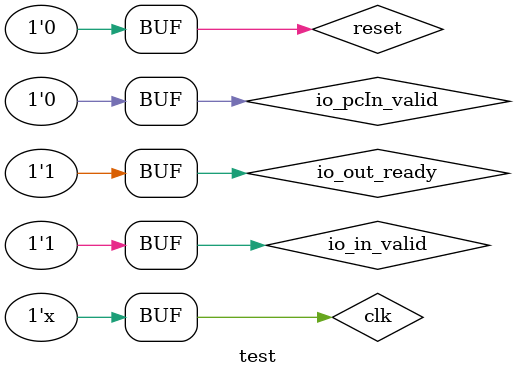
<source format=v>
module test;
  reg clk = 0;
  reg reset = 1;

  initial begin
    reset = 1;
    #250 reset = 0;
  end

  always #100 clk = ~clk;
  reg  io_in_bits_centeroidsFinished ; 
  reg io_in_bits_pointsFinished ; 
  wire [15:0] io_in_bits_centeroidIndex;
  wire [63:0] io_in_bits_point_x;
  wire [63:0] io_in_bits_point_y;
  wire [63:0] io_in_bits_point_z;
  wire [15:0] io_out_bits_centeroidIndex;
  wire [63:0] io_out_bits_point_x;
  wire [63:0] io_out_bits_point_y;
  wire [63:0] io_out_bits_point_z;

  assign io_pcIn_valid = 1'b0;
  assign io_in_valid = 1'b1;
  assign io_out_ready = 1'b1;
 
    Top
      Top(
        clk,
        reset,
     io_in_ready,
     io_in_valid,
     io_in_bits_centeroidsFinished,
    io_in_bits_pointsFinished,
     io_in_bits_centeroidIndex,
     io_in_bits_point_x,
     io_in_bits_point_y,
     io_in_bits_point_z,
     io_out_ready,
     io_out_valid,
     io_out_bits_centeroidsFinished,
     io_out_bits_pointsFinished,
     io_out_bits_centeroidIndex,
     io_out_bits_point_x,
     io_out_bits_point_y,
     io_out_bits_point_z,
     io_pcIn_valid,
     io_pcIn_bits_request,
     io_pcIn_bits_moduleId,
     io_pcIn_bits_portId,
     io_pcIn_bits_pcValue,
     io_pcIn_bits_pcType,
     io_pcOut_valid,
     io_pcOut_bits_request,
     io_pcOut_bits_moduleId,
     io_pcOut_bits_portId,
     io_pcOut_bits_pcValue,
     io_pcOut_bits_pcType);

  integer count = 0;
  always @(negedge clk) begin
  #50;

  io_in_bits_centeroidsFinished = 1'b0; 
  io_in_bits_pointsFinished = 1'b0; 
  if (count == 10) begin
    io_in_bits_centeroidsFinished = 1'b1; 
  end  
  if (count == 100) begin
    io_in_bits_pointsFinished = 1'b1; 
  end
  if (io_in_ready) begin
    count = count + 1;
  end
  end
endmodule

</source>
